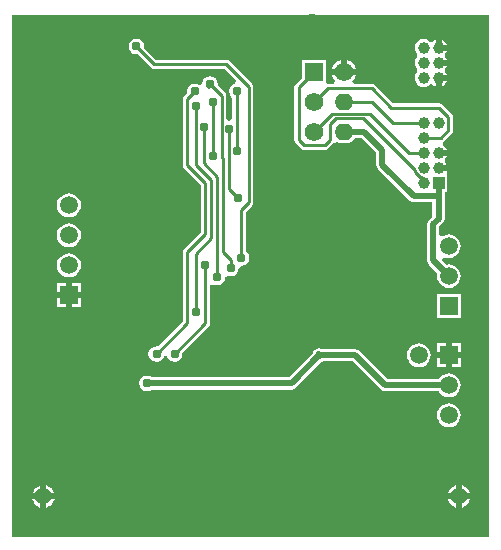
<source format=gbl>
G04 Layer_Physical_Order=2*
G04 Layer_Color=16711680*
%FSLAX23Y23*%
%MOIN*%
G70*
G01*
G75*
%ADD24C,0.010*%
%ADD25C,0.020*%
%ADD27C,0.055*%
%ADD28C,0.039*%
%ADD29R,0.039X0.039*%
%ADD30R,0.059X0.059*%
%ADD31C,0.059*%
%ADD32C,0.062*%
%ADD33R,0.062X0.062*%
%ADD34O,0.062X0.055*%
%ADD35R,0.059X0.059*%
%ADD36C,0.031*%
%ADD37C,0.027*%
G36*
X1756Y15D02*
X165D01*
Y1756D01*
X1756D01*
Y15D01*
D02*
G37*
%LPC*%
G36*
X1190Y644D02*
X1181Y642D01*
X1173Y637D01*
X1168Y629D01*
X1167Y626D01*
X1088Y547D01*
X631D01*
X625Y551D01*
X615Y553D01*
X605Y551D01*
X596Y545D01*
X591Y537D01*
X589Y527D01*
X591Y517D01*
X596Y508D01*
X605Y502D01*
X615Y500D01*
X625Y502D01*
X631Y506D01*
X1097D01*
X1104Y508D01*
X1111Y512D01*
X1196Y597D01*
X1199Y598D01*
X1202Y600D01*
X1302D01*
X1396Y506D01*
X1396Y506D01*
X1402Y501D01*
X1410Y500D01*
X1410Y500D01*
X1587D01*
X1593Y492D01*
X1602Y485D01*
X1611Y481D01*
X1622Y480D01*
X1632Y481D01*
X1642Y485D01*
X1650Y492D01*
X1656Y500D01*
X1660Y510D01*
X1662Y520D01*
X1660Y530D01*
X1656Y540D01*
X1650Y548D01*
X1642Y555D01*
X1632Y559D01*
X1622Y560D01*
X1611Y559D01*
X1602Y555D01*
X1593Y548D01*
X1587Y540D01*
X1418D01*
X1324Y634D01*
X1318Y639D01*
X1310Y640D01*
X1202D01*
X1199Y642D01*
X1190Y644D01*
D02*
G37*
G36*
X1622Y460D02*
X1611Y459D01*
X1602Y455D01*
X1593Y448D01*
X1587Y440D01*
X1583Y430D01*
X1582Y420D01*
X1583Y410D01*
X1587Y400D01*
X1593Y392D01*
X1602Y385D01*
X1611Y381D01*
X1622Y380D01*
X1632Y381D01*
X1642Y385D01*
X1650Y392D01*
X1656Y400D01*
X1660Y410D01*
X1662Y420D01*
X1660Y430D01*
X1656Y440D01*
X1650Y448D01*
X1642Y455D01*
X1632Y459D01*
X1622Y460D01*
D02*
G37*
G36*
X1665Y187D02*
Y160D01*
X1692D01*
X1688Y169D01*
X1682Y177D01*
X1674Y183D01*
X1665Y187D01*
D02*
G37*
G36*
X1522Y660D02*
X1511Y659D01*
X1502Y655D01*
X1493Y648D01*
X1487Y640D01*
X1483Y630D01*
X1482Y620D01*
X1483Y610D01*
X1487Y600D01*
X1493Y592D01*
X1502Y585D01*
X1511Y581D01*
X1522Y580D01*
X1532Y581D01*
X1542Y585D01*
X1550Y592D01*
X1556Y600D01*
X1560Y610D01*
X1562Y620D01*
X1560Y630D01*
X1556Y640D01*
X1550Y648D01*
X1542Y655D01*
X1532Y659D01*
X1522Y660D01*
D02*
G37*
G36*
X1612Y660D02*
X1582D01*
Y630D01*
X1612D01*
Y660D01*
D02*
G37*
G36*
X1661Y610D02*
X1632D01*
Y580D01*
X1661D01*
Y610D01*
D02*
G37*
G36*
X1612D02*
X1582D01*
Y580D01*
X1612D01*
Y610D01*
D02*
G37*
G36*
X1645Y140D02*
X1618D01*
X1622Y131D01*
X1628Y123D01*
X1636Y117D01*
X1645Y113D01*
Y140D01*
D02*
G37*
G36*
X307D02*
X280D01*
Y113D01*
X289Y117D01*
X297Y123D01*
X303Y131D01*
X307Y140D01*
D02*
G37*
G36*
X260D02*
X233D01*
X237Y131D01*
X243Y123D01*
X251Y117D01*
X260Y113D01*
Y140D01*
D02*
G37*
G36*
X1692D02*
X1665D01*
Y113D01*
X1674Y117D01*
X1682Y123D01*
X1688Y131D01*
X1692Y140D01*
D02*
G37*
G36*
X1645Y187D02*
X1636Y183D01*
X1628Y177D01*
X1622Y169D01*
X1618Y160D01*
X1645D01*
Y187D01*
D02*
G37*
G36*
X280D02*
Y160D01*
X307D01*
X303Y169D01*
X297Y177D01*
X289Y183D01*
X280Y187D01*
D02*
G37*
G36*
X260D02*
X251Y183D01*
X243Y177D01*
X237Y169D01*
X233Y160D01*
X260D01*
Y187D01*
D02*
G37*
G36*
X1661Y660D02*
X1632D01*
Y630D01*
X1661D01*
Y660D01*
D02*
G37*
G36*
X1537Y1675D02*
X1529Y1674D01*
X1522Y1671D01*
X1515Y1666D01*
X1511Y1660D01*
X1508Y1653D01*
X1507Y1645D01*
X1508Y1637D01*
X1511Y1630D01*
X1515Y1624D01*
Y1616D01*
X1511Y1610D01*
X1508Y1603D01*
X1507Y1595D01*
X1508Y1587D01*
X1511Y1580D01*
X1515Y1574D01*
Y1566D01*
X1511Y1560D01*
X1508Y1553D01*
X1507Y1545D01*
X1508Y1537D01*
X1511Y1530D01*
X1515Y1524D01*
X1522Y1519D01*
X1529Y1516D01*
X1537Y1515D01*
X1544Y1516D01*
X1552Y1519D01*
X1558Y1524D01*
X1565D01*
X1572Y1519D01*
X1577Y1517D01*
Y1545D01*
X1587D01*
Y1555D01*
X1615D01*
X1613Y1560D01*
X1608Y1566D01*
Y1574D01*
X1613Y1580D01*
X1615Y1585D01*
X1587D01*
Y1605D01*
X1615D01*
X1613Y1610D01*
X1608Y1616D01*
Y1624D01*
X1613Y1630D01*
X1615Y1635D01*
X1587D01*
Y1645D01*
X1577D01*
Y1673D01*
X1572Y1671D01*
X1565Y1666D01*
X1558D01*
X1552Y1671D01*
X1544Y1674D01*
X1537Y1675D01*
D02*
G37*
G36*
X580Y1676D02*
X570Y1674D01*
X561Y1669D01*
X556Y1660D01*
X554Y1650D01*
X556Y1640D01*
X561Y1631D01*
X570Y1626D01*
X580Y1624D01*
X584Y1625D01*
X629Y1579D01*
X634Y1576D01*
X640Y1575D01*
X874D01*
X912Y1536D01*
X909Y1525D01*
X905Y1524D01*
X896Y1519D01*
X891Y1510D01*
X889Y1500D01*
X891Y1490D01*
X896Y1481D01*
X900Y1479D01*
Y1409D01*
X890Y1401D01*
X890Y1401D01*
X890Y1401D01*
X880Y1409D01*
Y1486D01*
X878Y1492D01*
X875Y1497D01*
X850Y1521D01*
X851Y1525D01*
X849Y1535D01*
X844Y1544D01*
X835Y1549D01*
X825Y1551D01*
X815Y1549D01*
X806Y1544D01*
X801Y1535D01*
X799Y1527D01*
X793Y1523D01*
X789Y1521D01*
X785Y1524D01*
X775Y1526D01*
X765Y1524D01*
X756Y1519D01*
X751Y1510D01*
X749Y1500D01*
X750Y1496D01*
X739Y1486D01*
X736Y1481D01*
X735Y1475D01*
Y1255D01*
X736Y1249D01*
X739Y1244D01*
X795Y1189D01*
Y1031D01*
X739Y976D01*
X736Y971D01*
X735Y965D01*
Y735D01*
X651Y650D01*
X647Y651D01*
X637Y649D01*
X628Y644D01*
X622Y635D01*
X620Y625D01*
X622Y615D01*
X628Y606D01*
X637Y601D01*
X647Y599D01*
X657Y601D01*
X665Y606D01*
X671Y615D01*
X672Y618D01*
X682D01*
X682Y615D01*
X688Y606D01*
X697Y601D01*
X707Y599D01*
X717Y601D01*
X725Y606D01*
X731Y615D01*
X733Y625D01*
X732Y629D01*
X821Y718D01*
X824Y722D01*
X825Y728D01*
Y854D01*
X835Y859D01*
X840Y856D01*
X850Y854D01*
X860Y856D01*
X869Y861D01*
X874Y870D01*
X876Y880D01*
X885Y886D01*
X895Y884D01*
X905Y886D01*
X914Y891D01*
X919Y900D01*
X921Y910D01*
X921Y910D01*
X930Y919D01*
X930Y919D01*
X940Y921D01*
X949Y926D01*
X954Y935D01*
X956Y945D01*
X954Y955D01*
X949Y964D01*
X945Y966D01*
Y1099D01*
X966Y1119D01*
X969Y1124D01*
X970Y1130D01*
Y1515D01*
X969Y1521D01*
X966Y1526D01*
X891Y1601D01*
X886Y1604D01*
X880Y1605D01*
X646D01*
X605Y1646D01*
X606Y1650D01*
X604Y1660D01*
X599Y1669D01*
X590Y1674D01*
X580Y1676D01*
D02*
G37*
G36*
X355Y1160D02*
X345Y1159D01*
X335Y1155D01*
X327Y1148D01*
X320Y1140D01*
X316Y1130D01*
X315Y1120D01*
X316Y1110D01*
X320Y1100D01*
X327Y1092D01*
X335Y1085D01*
X345Y1081D01*
X355Y1080D01*
X365Y1081D01*
X375Y1085D01*
X383Y1092D01*
X390Y1100D01*
X394Y1110D01*
X395Y1120D01*
X394Y1130D01*
X390Y1140D01*
X383Y1148D01*
X375Y1155D01*
X365Y1159D01*
X355Y1160D01*
D02*
G37*
G36*
X1615Y1535D02*
X1597D01*
Y1517D01*
X1602Y1519D01*
X1608Y1524D01*
X1613Y1530D01*
X1615Y1535D01*
D02*
G37*
G36*
X1597Y1673D02*
Y1655D01*
X1615D01*
X1613Y1660D01*
X1608Y1666D01*
X1602Y1671D01*
X1597Y1673D01*
D02*
G37*
G36*
X1282Y1605D02*
Y1575D01*
X1312D01*
X1312Y1576D01*
X1307Y1586D01*
X1301Y1594D01*
X1292Y1601D01*
X1282Y1605D01*
X1282Y1605D01*
D02*
G37*
G36*
X1262D02*
X1261Y1605D01*
X1251Y1601D01*
X1242Y1594D01*
X1236Y1586D01*
X1232Y1576D01*
X1232Y1575D01*
X1262D01*
Y1605D01*
D02*
G37*
G36*
X355Y1060D02*
X345Y1059D01*
X335Y1055D01*
X327Y1048D01*
X320Y1040D01*
X316Y1030D01*
X315Y1020D01*
X316Y1010D01*
X320Y1000D01*
X327Y992D01*
X335Y985D01*
X345Y981D01*
X355Y980D01*
X365Y981D01*
X375Y985D01*
X383Y992D01*
X390Y1000D01*
X394Y1010D01*
X395Y1020D01*
X394Y1030D01*
X390Y1040D01*
X383Y1048D01*
X375Y1055D01*
X365Y1059D01*
X355Y1060D01*
D02*
G37*
G36*
X395Y810D02*
X365D01*
Y780D01*
X395D01*
Y810D01*
D02*
G37*
G36*
X345D02*
X315D01*
Y780D01*
X345D01*
Y810D01*
D02*
G37*
G36*
X1661Y824D02*
X1582D01*
Y745D01*
X1661D01*
Y824D01*
D02*
G37*
G36*
X345Y860D02*
X315D01*
Y830D01*
X345D01*
Y860D01*
D02*
G37*
G36*
X1213Y1606D02*
X1131D01*
Y1546D01*
X1111Y1526D01*
X1108Y1521D01*
X1106Y1515D01*
Y1338D01*
X1108Y1332D01*
X1111Y1328D01*
X1129Y1309D01*
X1134Y1306D01*
X1140Y1305D01*
X1207D01*
X1213Y1306D01*
X1217Y1309D01*
X1236Y1328D01*
X1237Y1329D01*
X1247Y1332D01*
X1249Y1332D01*
X1249Y1332D01*
X1258Y1328D01*
X1268Y1327D01*
X1275D01*
X1285Y1328D01*
X1294Y1332D01*
X1302Y1338D01*
X1307Y1345D01*
X1332D01*
X1380Y1297D01*
Y1255D01*
X1381Y1247D01*
X1386Y1241D01*
X1491Y1136D01*
X1497Y1131D01*
X1505Y1130D01*
X1566D01*
Y1083D01*
X1556Y1073D01*
X1551Y1066D01*
X1550Y1058D01*
Y937D01*
X1551Y929D01*
X1556Y922D01*
X1583Y895D01*
X1582Y885D01*
X1583Y875D01*
X1587Y865D01*
X1593Y857D01*
X1602Y850D01*
X1611Y846D01*
X1622Y845D01*
X1632Y846D01*
X1642Y850D01*
X1650Y857D01*
X1656Y865D01*
X1660Y875D01*
X1662Y885D01*
X1660Y895D01*
X1656Y905D01*
X1650Y913D01*
X1642Y919D01*
X1632Y923D01*
X1622Y925D01*
X1612Y923D01*
X1597Y938D01*
X1597Y942D01*
X1609Y948D01*
X1611Y946D01*
X1622Y945D01*
X1632Y946D01*
X1642Y950D01*
X1650Y957D01*
X1656Y965D01*
X1660Y975D01*
X1662Y985D01*
X1660Y995D01*
X1656Y1005D01*
X1650Y1013D01*
X1642Y1019D01*
X1632Y1023D01*
X1622Y1025D01*
X1611Y1023D01*
X1602Y1019D01*
X1600Y1018D01*
X1590Y1023D01*
Y1050D01*
X1601Y1061D01*
X1605Y1067D01*
X1607Y1075D01*
Y1150D01*
Y1165D01*
X1616D01*
Y1225D01*
X1616Y1225D01*
X1616D01*
X1615Y1235D01*
X1616Y1237D01*
X1617Y1245D01*
X1616Y1253D01*
X1613Y1260D01*
X1608Y1266D01*
Y1274D01*
X1613Y1280D01*
X1615Y1285D01*
X1587D01*
Y1305D01*
X1615D01*
X1613Y1310D01*
X1608Y1316D01*
X1602Y1321D01*
X1601Y1323D01*
X1601Y1326D01*
X1602Y1332D01*
X1606Y1334D01*
X1631Y1359D01*
X1634Y1364D01*
X1635Y1370D01*
Y1415D01*
X1634Y1421D01*
X1631Y1426D01*
X1601Y1456D01*
X1596Y1459D01*
X1590Y1460D01*
X1436D01*
X1376Y1521D01*
X1371Y1524D01*
X1365Y1525D01*
X1304D01*
X1300Y1535D01*
X1301Y1536D01*
X1307Y1544D01*
X1312Y1554D01*
X1312Y1555D01*
X1232D01*
X1232Y1554D01*
X1236Y1544D01*
X1242Y1536D01*
X1243Y1535D01*
X1240Y1525D01*
X1217D01*
X1213Y1529D01*
Y1606D01*
D02*
G37*
G36*
X355Y960D02*
X345Y959D01*
X335Y955D01*
X327Y948D01*
X320Y940D01*
X316Y930D01*
X315Y920D01*
X316Y910D01*
X320Y900D01*
X327Y892D01*
X335Y885D01*
X345Y881D01*
X355Y880D01*
X365Y881D01*
X375Y885D01*
X383Y892D01*
X390Y900D01*
X394Y910D01*
X395Y920D01*
X394Y930D01*
X390Y940D01*
X383Y948D01*
X375Y955D01*
X365Y959D01*
X355Y960D01*
D02*
G37*
G36*
X395Y860D02*
X365D01*
Y830D01*
X395D01*
Y860D01*
D02*
G37*
%LPD*%
D24*
X835Y1285D02*
Y1465D01*
X864Y1280D02*
X870Y1274D01*
Y964D02*
Y1274D01*
Y964D02*
X895Y939D01*
X955Y1130D02*
Y1515D01*
X930Y1105D02*
X955Y1130D01*
X890Y1175D02*
Y1288D01*
Y1175D02*
X920Y1145D01*
X889Y1289D02*
X890Y1288D01*
X889Y1289D02*
Y1374D01*
X890Y1375D01*
X895Y910D02*
Y939D01*
X930Y945D02*
Y1105D01*
X1620Y1370D02*
Y1415D01*
X1595Y1345D02*
X1620Y1370D01*
X1537Y1345D02*
X1595D01*
X1590Y1445D02*
X1620Y1415D01*
X1430Y1445D02*
X1590D01*
X1530Y1215D02*
X1537Y1208D01*
X1524Y1215D02*
X1530D01*
X1507Y1233D02*
X1524Y1215D01*
X1507Y1233D02*
Y1238D01*
X1335Y1410D02*
X1507Y1238D01*
X1537Y1195D02*
Y1208D01*
X1245Y1410D02*
X1335D01*
X1490Y1295D02*
X1537D01*
X1360Y1425D02*
X1490Y1295D01*
X1232Y1425D02*
X1360D01*
X1435Y1395D02*
X1537D01*
X1365Y1465D02*
X1435Y1395D01*
X1272Y1465D02*
X1365D01*
Y1510D02*
X1430Y1445D01*
X1217Y1510D02*
X1365D01*
X750Y1255D02*
X810Y1195D01*
Y1025D02*
Y1195D01*
X750Y965D02*
X810Y1025D01*
X830Y1010D02*
Y1205D01*
X779Y1256D02*
X830Y1205D01*
X779Y1256D02*
Y1449D01*
Y959D02*
X830Y1010D01*
X805Y1260D02*
X850Y1215D01*
X864Y1280D02*
Y1486D01*
X825Y1525D02*
X864Y1486D01*
X750Y1255D02*
Y1475D01*
Y728D02*
Y965D01*
X779Y767D02*
Y959D01*
X805Y1260D02*
Y1380D01*
X880Y1590D02*
X955Y1515D01*
X750Y1475D02*
X775Y1500D01*
X825Y1520D02*
Y1525D01*
X819Y1514D02*
X825Y1520D01*
X779Y767D02*
X781Y765D01*
X779Y1449D02*
X780Y1450D01*
X810Y728D02*
Y920D01*
X707Y625D02*
X810Y728D01*
X916Y1301D02*
Y1499D01*
X915Y1500D02*
X916Y1499D01*
X915Y1300D02*
X916Y1301D01*
X1207Y1320D02*
X1225Y1338D01*
Y1390D02*
X1245Y1410D01*
X1225Y1338D02*
Y1390D01*
X1140Y1320D02*
X1207D01*
X1122Y1338D02*
X1140Y1320D01*
X1122Y1338D02*
Y1515D01*
X1172Y1365D02*
X1232Y1425D01*
X1172Y1465D02*
X1217Y1510D01*
X1122Y1515D02*
X1172Y1565D01*
X850Y880D02*
Y1215D01*
X647Y625D02*
X750Y728D01*
X580Y1650D02*
X640Y1590D01*
X880D01*
D25*
X1505Y1150D02*
X1587D01*
Y1195D01*
Y1075D02*
Y1150D01*
X1340Y1365D02*
X1400Y1305D01*
Y1255D02*
X1505Y1150D01*
X1400Y1255D02*
Y1305D01*
X1272Y1365D02*
X1340D01*
X1190Y620D02*
X1310D01*
X1097Y527D02*
X1190Y620D01*
X615Y527D02*
X1097D01*
X1310Y620D02*
X1410Y520D01*
X1622D01*
X1570Y1058D02*
X1587Y1075D01*
X1570Y937D02*
Y1058D01*
Y937D02*
X1622Y885D01*
X1587Y1295D02*
X1661D01*
X1587Y1245D02*
X1661D01*
X1587Y1545D02*
X1661D01*
X1587Y1595D02*
X1661D01*
X1587Y1645D02*
Y1719D01*
Y1645D02*
X1661D01*
D27*
X270Y150D02*
D03*
X1655D02*
D03*
D28*
X1537Y1645D02*
D03*
X1587D02*
D03*
X1537Y1595D02*
D03*
X1587D02*
D03*
X1537Y1545D02*
D03*
X1587D02*
D03*
X1537Y1395D02*
D03*
X1587D02*
D03*
X1537Y1345D02*
D03*
Y1295D02*
D03*
X1587D02*
D03*
X1537Y1245D02*
D03*
X1587D02*
D03*
X1537Y1195D02*
D03*
D29*
X1587D02*
D03*
D30*
X1622Y620D02*
D03*
X355Y820D02*
D03*
X1622Y785D02*
D03*
D31*
Y520D02*
D03*
Y420D02*
D03*
X355Y1120D02*
D03*
Y1020D02*
D03*
Y920D02*
D03*
X1522Y620D02*
D03*
X1622Y885D02*
D03*
Y985D02*
D03*
D32*
X1172Y1365D02*
D03*
Y1465D02*
D03*
X1272Y1565D02*
D03*
D33*
X1172D02*
D03*
D34*
X1272Y1365D02*
D03*
Y1465D02*
D03*
D35*
X1622Y620D02*
D03*
D36*
X835Y1465D02*
D03*
X895Y910D02*
D03*
X930Y945D02*
D03*
X1030Y1005D02*
D03*
X970D02*
D03*
X1030Y1095D02*
D03*
X920Y1145D02*
D03*
X775Y1155D02*
D03*
Y1055D02*
D03*
X970Y1095D02*
D03*
X835Y1285D02*
D03*
X890Y1375D02*
D03*
X805Y1380D02*
D03*
X775Y1500D02*
D03*
X825Y1525D02*
D03*
X810Y920D02*
D03*
X780Y1450D02*
D03*
X1225Y1220D02*
D03*
X1130Y1140D02*
D03*
X1330Y1320D02*
D03*
X850Y880D02*
D03*
X615Y527D02*
D03*
X960Y365D02*
D03*
Y480D02*
D03*
Y565D02*
D03*
X780Y765D02*
D03*
X915Y1300D02*
D03*
X647Y625D02*
D03*
X605Y1160D02*
D03*
X815Y565D02*
D03*
X915Y1500D02*
D03*
X815Y480D02*
D03*
X580Y1650D02*
D03*
X1347Y885D02*
D03*
X1157D02*
D03*
X400Y1630D02*
D03*
X810Y1660D02*
D03*
X425Y275D02*
D03*
X955Y195D02*
D03*
X710Y765D02*
D03*
X405Y1485D02*
D03*
X1170Y1220D02*
D03*
X1347Y805D02*
D03*
Y965D02*
D03*
X1157Y805D02*
D03*
Y965D02*
D03*
X1165Y1745D02*
D03*
X470Y1290D02*
D03*
X575Y1070D02*
D03*
X1457Y1510D02*
D03*
X1409Y175D02*
D03*
X632Y185D02*
D03*
X817Y370D02*
D03*
X632Y445D02*
D03*
X1532Y725D02*
D03*
X1320Y1170D02*
D03*
X1247Y1030D02*
D03*
X1240Y770D02*
D03*
X535Y1290D02*
D03*
X707Y625D02*
D03*
D37*
X1190Y620D02*
D03*
M02*

</source>
